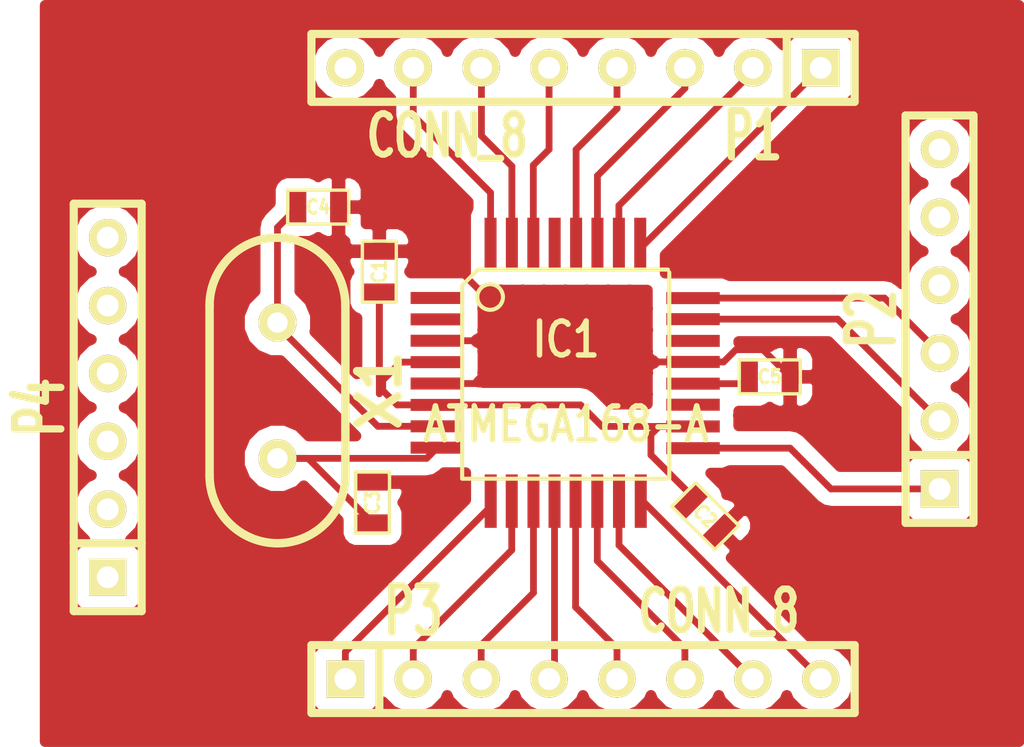
<source format=kicad_pcb>
(kicad_pcb (version 3) (host pcbnew "(2013-07-07 BZR 4022)-stable")

  (general
    (links 34)
    (no_connects 0)
    (area 0 0 0 0)
    (thickness 1.6)
    (drawings 0)
    (tracks 88)
    (zones 0)
    (modules 11)
    (nets 24)
  )

  (page A3)
  (layers
    (15 F.Cu signal)
    (0 B.Cu signal)
    (16 B.Adhes user)
    (17 F.Adhes user)
    (18 B.Paste user)
    (19 F.Paste user)
    (20 B.SilkS user)
    (21 F.SilkS user)
    (22 B.Mask user)
    (23 F.Mask user)
    (24 Dwgs.User user)
    (25 Cmts.User user)
    (26 Eco1.User user)
    (27 Eco2.User user)
    (28 Edge.Cuts user)
  )

  (setup
    (last_trace_width 0.254)
    (trace_clearance 0.254)
    (zone_clearance 0.508)
    (zone_45_only yes)
    (trace_min 0.254)
    (segment_width 0.2)
    (edge_width 0.1)
    (via_size 0.889)
    (via_drill 0.635)
    (via_min_size 0.889)
    (via_min_drill 0.508)
    (uvia_size 0.508)
    (uvia_drill 0.127)
    (uvias_allowed no)
    (uvia_min_size 0.508)
    (uvia_min_drill 0.127)
    (pcb_text_width 0.3)
    (pcb_text_size 1.5 1.5)
    (mod_edge_width 0.15)
    (mod_text_size 1 1)
    (mod_text_width 0.15)
    (pad_size 1.5 1.5)
    (pad_drill 0.6)
    (pad_to_mask_clearance 0)
    (aux_axis_origin 0 0)
    (visible_elements 7FFFFFFF)
    (pcbplotparams
      (layerselection 3178497)
      (usegerberextensions true)
      (excludeedgelayer true)
      (linewidth 0.150000)
      (plotframeref false)
      (viasonmask false)
      (mode 1)
      (useauxorigin false)
      (hpglpennumber 1)
      (hpglpenspeed 20)
      (hpglpendiameter 15)
      (hpglpenoverlay 2)
      (psnegative false)
      (psa4output false)
      (plotreference true)
      (plotvalue true)
      (plotothertext true)
      (plotinvisibletext false)
      (padsonsilk false)
      (subtractmaskfromsilk false)
      (outputformat 1)
      (mirror false)
      (drillshape 1)
      (scaleselection 1)
      (outputdirectory ""))
  )

  (net 0 "")
  (net 1 /A0)
  (net 2 /A1)
  (net 3 /A2)
  (net 4 /A3)
  (net 5 /A4)
  (net 6 /A5)
  (net 7 /D10)
  (net 8 /D2)
  (net 9 /D5)
  (net 10 /D6)
  (net 11 /D7)
  (net 12 /D8)
  (net 13 /D9)
  (net 14 /MISO)
  (net 15 /MOSI)
  (net 16 /RXI)
  (net 17 /SCK)
  (net 18 /TXO)
  (net 19 GND)
  (net 20 N-0000024)
  (net 21 N-0000027)
  (net 22 N-0000032)
  (net 23 VCC)

  (net_class Default "This is the default net class."
    (clearance 0.254)
    (trace_width 0.254)
    (via_dia 0.889)
    (via_drill 0.635)
    (uvia_dia 0.508)
    (uvia_drill 0.127)
    (add_net "")
    (add_net /A0)
    (add_net /A1)
    (add_net /A2)
    (add_net /A3)
    (add_net /A4)
    (add_net /A5)
    (add_net /D10)
    (add_net /D2)
    (add_net /D5)
    (add_net /D6)
    (add_net /D7)
    (add_net /D8)
    (add_net /D9)
    (add_net /MISO)
    (add_net /MOSI)
    (add_net /RXI)
    (add_net /SCK)
    (add_net /TXO)
    (add_net GND)
    (add_net N-0000024)
    (add_net N-0000027)
    (add_net N-0000032)
    (add_net VCC)
  )

  (module TQFP32 (layer F.Cu) (tedit 53EBF73C) (tstamp 53ACC2E0)
    (at 40.005 29.21)
    (path /53ACB04F)
    (fp_text reference IC1 (at 0 -1.27) (layer F.SilkS)
      (effects (font (size 1.27 1.016) (thickness 0.2032)))
    )
    (fp_text value ATMEGA168-A (at 0 1.905) (layer F.SilkS)
      (effects (font (size 1.27 1.016) (thickness 0.2032)))
    )
    (fp_line (start -3.8862 -3.2766) (end -3.8862 3.9116) (layer F.SilkS) (width 0.1524))
    (fp_line (start -3.2512 -3.8862) (end 3.81 -3.8862) (layer F.SilkS) (width 0.1524))
    (fp_line (start 3.8608 3.937) (end 3.8608 -3.7846) (layer F.SilkS) (width 0.1524))
    (fp_line (start -3.8862 3.937) (end 3.7338 3.937) (layer F.SilkS) (width 0.1524))
    (fp_line (start -3.87604 -3.302) (end -3.29184 -3.8862) (layer F.SilkS) (width 0.1524))
    (fp_circle (center -2.83972 -2.86004) (end -2.43332 -2.60604) (layer F.SilkS) (width 0.1524))
    (pad 8 smd rect (at -4.81584 2.77622) (size 1.99898 0.44958)
      (layers F.Cu F.Paste F.Mask)
      (net 22 N-0000032)
    )
    (pad 7 smd rect (at -4.81584 1.97612) (size 1.99898 0.44958)
      (layers F.Cu F.Paste F.Mask)
      (net 21 N-0000027)
    )
    (pad 6 smd rect (at -4.81584 1.17602) (size 1.99898 0.44958)
      (layers F.Cu F.Paste F.Mask)
      (net 23 VCC)
    )
    (pad 5 smd rect (at -4.81584 0.37592) (size 1.99898 0.44958)
      (layers F.Cu F.Paste F.Mask)
      (net 19 GND)
    )
    (pad 4 smd rect (at -4.81584 -0.42418) (size 1.99898 0.44958)
      (layers F.Cu F.Paste F.Mask)
      (net 23 VCC)
    )
    (pad 3 smd rect (at -4.81584 -1.22428) (size 1.99898 0.44958)
      (layers F.Cu F.Paste F.Mask)
      (net 19 GND)
    )
    (pad 2 smd rect (at -4.81584 -2.02438) (size 1.99898 0.44958)
      (layers F.Cu F.Paste F.Mask)
    )
    (pad 1 smd rect (at -4.81584 -2.82448) (size 1.99898 0.44958)
      (layers F.Cu F.Paste F.Mask)
    )
    (pad 24 smd rect (at 4.7498 -2.8194) (size 1.99898 0.44958)
      (layers F.Cu F.Paste F.Mask)
      (net 2 /A1)
    )
    (pad 17 smd rect (at 4.7498 2.794) (size 1.99898 0.44958)
      (layers F.Cu F.Paste F.Mask)
      (net 17 /SCK)
    )
    (pad 18 smd rect (at 4.7498 1.9812) (size 1.99898 0.44958)
      (layers F.Cu F.Paste F.Mask)
      (net 23 VCC)
    )
    (pad 19 smd rect (at 4.7498 1.1684) (size 1.99898 0.44958)
      (layers F.Cu F.Paste F.Mask)
    )
    (pad 20 smd rect (at 4.7498 0.381) (size 1.99898 0.44958)
      (layers F.Cu F.Paste F.Mask)
      (net 20 N-0000024)
    )
    (pad 21 smd rect (at 4.7498 -0.4318) (size 1.99898 0.44958)
      (layers F.Cu F.Paste F.Mask)
      (net 19 GND)
    )
    (pad 22 smd rect (at 4.7498 -1.2192) (size 1.99898 0.44958)
      (layers F.Cu F.Paste F.Mask)
    )
    (pad 23 smd rect (at 4.7498 -2.032) (size 1.99898 0.44958)
      (layers F.Cu F.Paste F.Mask)
      (net 1 /A0)
    )
    (pad 32 smd rect (at -2.82448 -4.826) (size 0.44958 1.99898)
      (layers F.Cu F.Paste F.Mask)
      (net 8 /D2)
    )
    (pad 31 smd rect (at -2.02692 -4.826) (size 0.44958 1.99898)
      (layers F.Cu F.Paste F.Mask)
      (net 18 /TXO)
    )
    (pad 30 smd rect (at -1.22428 -4.826) (size 0.44958 1.99898)
      (layers F.Cu F.Paste F.Mask)
      (net 16 /RXI)
    )
    (pad 29 smd rect (at -0.42672 -4.826) (size 0.44958 1.99898)
      (layers F.Cu F.Paste F.Mask)
    )
    (pad 28 smd rect (at 0.37592 -4.826) (size 0.44958 1.99898)
      (layers F.Cu F.Paste F.Mask)
      (net 6 /A5)
    )
    (pad 27 smd rect (at 1.17348 -4.826) (size 0.44958 1.99898)
      (layers F.Cu F.Paste F.Mask)
      (net 5 /A4)
    )
    (pad 26 smd rect (at 1.97612 -4.826) (size 0.44958 1.99898)
      (layers F.Cu F.Paste F.Mask)
      (net 4 /A3)
    )
    (pad 25 smd rect (at 2.77368 -4.826) (size 0.44958 1.99898)
      (layers F.Cu F.Paste F.Mask)
      (net 3 /A2)
    )
    (pad 9 smd rect (at -2.8194 4.7752) (size 0.44958 1.99898)
      (layers F.Cu F.Paste F.Mask)
      (net 9 /D5)
    )
    (pad 10 smd rect (at -2.032 4.7752) (size 0.44958 1.99898)
      (layers F.Cu F.Paste F.Mask)
      (net 10 /D6)
    )
    (pad 11 smd rect (at -1.2192 4.7752) (size 0.44958 1.99898)
      (layers F.Cu F.Paste F.Mask)
      (net 11 /D7)
    )
    (pad 12 smd rect (at -0.4318 4.7752) (size 0.44958 1.99898)
      (layers F.Cu F.Paste F.Mask)
      (net 12 /D8)
    )
    (pad 13 smd rect (at 0.3556 4.7752) (size 0.44958 1.99898)
      (layers F.Cu F.Paste F.Mask)
      (net 13 /D9)
    )
    (pad 14 smd rect (at 1.1684 4.7752) (size 0.44958 1.99898)
      (layers F.Cu F.Paste F.Mask)
      (net 7 /D10)
    )
    (pad 15 smd rect (at 1.9812 4.7752) (size 0.44958 1.99898)
      (layers F.Cu F.Paste F.Mask)
      (net 15 /MOSI)
    )
    (pad 16 smd rect (at 2.794 4.7752) (size 0.44958 1.99898)
      (layers F.Cu F.Paste F.Mask)
      (net 14 /MISO)
    )
    (model smd/tqfp32.wrl
      (at (xyz 0 0 0))
      (scale (xyz 1 1 1))
      (rotate (xyz 0 0 0))
    )
  )

  (module SM0603 (layer F.Cu) (tedit 4E43A3D1) (tstamp 53ACC4DB)
    (at 45.212 34.544 315)
    (path /53ACB617)
    (attr smd)
    (fp_text reference C2 (at 0 0 315) (layer F.SilkS)
      (effects (font (size 0.508 0.4572) (thickness 0.1143)))
    )
    (fp_text value 0.1uF (at 0 0 315) (layer F.SilkS) hide
      (effects (font (size 0.508 0.4572) (thickness 0.1143)))
    )
    (fp_line (start -1.143 -0.635) (end 1.143 -0.635) (layer F.SilkS) (width 0.127))
    (fp_line (start 1.143 -0.635) (end 1.143 0.635) (layer F.SilkS) (width 0.127))
    (fp_line (start 1.143 0.635) (end -1.143 0.635) (layer F.SilkS) (width 0.127))
    (fp_line (start -1.143 0.635) (end -1.143 -0.635) (layer F.SilkS) (width 0.127))
    (pad 1 smd rect (at -0.762 0 315) (size 0.635 1.143)
      (layers F.Cu F.Paste F.Mask)
      (net 23 VCC)
    )
    (pad 2 smd rect (at 0.762 0 315) (size 0.635 1.143)
      (layers F.Cu F.Paste F.Mask)
      (net 19 GND)
    )
    (model smd\resistors\R0603.wrl
      (at (xyz 0 0 0.001))
      (scale (xyz 0.5 0.5 0.5))
      (rotate (xyz 0 0 0))
    )
  )

  (module SM0603 (layer F.Cu) (tedit 4E43A3D1) (tstamp 53EC04A6)
    (at 33.02 25.4 90)
    (path /53ACB77A)
    (attr smd)
    (fp_text reference C1 (at 0 0 90) (layer F.SilkS)
      (effects (font (size 0.508 0.4572) (thickness 0.1143)))
    )
    (fp_text value 0.1uF (at 0 0 90) (layer F.SilkS) hide
      (effects (font (size 0.508 0.4572) (thickness 0.1143)))
    )
    (fp_line (start -1.143 -0.635) (end 1.143 -0.635) (layer F.SilkS) (width 0.127))
    (fp_line (start 1.143 -0.635) (end 1.143 0.635) (layer F.SilkS) (width 0.127))
    (fp_line (start 1.143 0.635) (end -1.143 0.635) (layer F.SilkS) (width 0.127))
    (fp_line (start -1.143 0.635) (end -1.143 -0.635) (layer F.SilkS) (width 0.127))
    (pad 1 smd rect (at -0.762 0 90) (size 0.635 1.143)
      (layers F.Cu F.Paste F.Mask)
      (net 23 VCC)
    )
    (pad 2 smd rect (at 0.762 0 90) (size 0.635 1.143)
      (layers F.Cu F.Paste F.Mask)
      (net 19 GND)
    )
    (model smd\resistors\R0603.wrl
      (at (xyz 0 0 0.001))
      (scale (xyz 0.5 0.5 0.5))
      (rotate (xyz 0 0 0))
    )
  )

  (module SM0603 (layer F.Cu) (tedit 4E43A3D1) (tstamp 53EC04B0)
    (at 32.766 34.036 90)
    (path /53ACBECF)
    (attr smd)
    (fp_text reference C3 (at 0 0 90) (layer F.SilkS)
      (effects (font (size 0.508 0.4572) (thickness 0.1143)))
    )
    (fp_text value 22pF (at 0 0 90) (layer F.SilkS) hide
      (effects (font (size 0.508 0.4572) (thickness 0.1143)))
    )
    (fp_line (start -1.143 -0.635) (end 1.143 -0.635) (layer F.SilkS) (width 0.127))
    (fp_line (start 1.143 -0.635) (end 1.143 0.635) (layer F.SilkS) (width 0.127))
    (fp_line (start 1.143 0.635) (end -1.143 0.635) (layer F.SilkS) (width 0.127))
    (fp_line (start -1.143 0.635) (end -1.143 -0.635) (layer F.SilkS) (width 0.127))
    (pad 1 smd rect (at -0.762 0 90) (size 0.635 1.143)
      (layers F.Cu F.Paste F.Mask)
      (net 22 N-0000032)
    )
    (pad 2 smd rect (at 0.762 0 90) (size 0.635 1.143)
      (layers F.Cu F.Paste F.Mask)
      (net 19 GND)
    )
    (model smd\resistors\R0603.wrl
      (at (xyz 0 0 0.001))
      (scale (xyz 0.5 0.5 0.5))
      (rotate (xyz 0 0 0))
    )
  )

  (module SM0603 (layer F.Cu) (tedit 4E43A3D1) (tstamp 53EC04BA)
    (at 30.734 22.987)
    (path /53ACBEDE)
    (attr smd)
    (fp_text reference C4 (at 0 0) (layer F.SilkS)
      (effects (font (size 0.508 0.4572) (thickness 0.1143)))
    )
    (fp_text value 22pF (at 0 0) (layer F.SilkS) hide
      (effects (font (size 0.508 0.4572) (thickness 0.1143)))
    )
    (fp_line (start -1.143 -0.635) (end 1.143 -0.635) (layer F.SilkS) (width 0.127))
    (fp_line (start 1.143 -0.635) (end 1.143 0.635) (layer F.SilkS) (width 0.127))
    (fp_line (start 1.143 0.635) (end -1.143 0.635) (layer F.SilkS) (width 0.127))
    (fp_line (start -1.143 0.635) (end -1.143 -0.635) (layer F.SilkS) (width 0.127))
    (pad 1 smd rect (at -0.762 0) (size 0.635 1.143)
      (layers F.Cu F.Paste F.Mask)
      (net 21 N-0000027)
    )
    (pad 2 smd rect (at 0.762 0) (size 0.635 1.143)
      (layers F.Cu F.Paste F.Mask)
      (net 19 GND)
    )
    (model smd\resistors\R0603.wrl
      (at (xyz 0 0 0.001))
      (scale (xyz 0.5 0.5 0.5))
      (rotate (xyz 0 0 0))
    )
  )

  (module SIL-6 (layer F.Cu) (tedit 200000) (tstamp 53EC0871)
    (at 53.975 27.178 90)
    (descr "Connecteur 6 pins")
    (tags "CONN DEV")
    (path /53ACBD0A)
    (fp_text reference P2 (at 0 -2.54 90) (layer F.SilkS)
      (effects (font (size 1.72974 1.08712) (thickness 0.3048)))
    )
    (fp_text value CONN_6 (at 0 -2.54 90) (layer F.SilkS) hide
      (effects (font (size 1.524 1.016) (thickness 0.3048)))
    )
    (fp_line (start -7.62 1.27) (end -7.62 -1.27) (layer F.SilkS) (width 0.3048))
    (fp_line (start -7.62 -1.27) (end 7.62 -1.27) (layer F.SilkS) (width 0.3048))
    (fp_line (start 7.62 -1.27) (end 7.62 1.27) (layer F.SilkS) (width 0.3048))
    (fp_line (start 7.62 1.27) (end -7.62 1.27) (layer F.SilkS) (width 0.3048))
    (fp_line (start -5.08 1.27) (end -5.08 -1.27) (layer F.SilkS) (width 0.3048))
    (pad 1 thru_hole rect (at -6.35 0 90) (size 1.397 1.397) (drill 0.8128)
      (layers *.Cu *.Mask F.SilkS)
      (net 17 /SCK)
    )
    (pad 2 thru_hole circle (at -3.81 0 90) (size 1.397 1.397) (drill 0.8128)
      (layers *.Cu *.Mask F.SilkS)
      (net 1 /A0)
    )
    (pad 3 thru_hole circle (at -1.27 0 90) (size 1.397 1.397) (drill 0.8128)
      (layers *.Cu *.Mask F.SilkS)
      (net 2 /A1)
    )
    (pad 4 thru_hole circle (at 1.27 0 90) (size 1.397 1.397) (drill 0.8128)
      (layers *.Cu *.Mask F.SilkS)
    )
    (pad 5 thru_hole circle (at 3.81 0 90) (size 1.397 1.397) (drill 0.8128)
      (layers *.Cu *.Mask F.SilkS)
    )
    (pad 6 thru_hole circle (at 6.35 0 90) (size 1.397 1.397) (drill 0.8128)
      (layers *.Cu *.Mask F.SilkS)
    )
  )

  (module SIL-6 (layer F.Cu) (tedit 200000) (tstamp 53EC0900)
    (at 22.86 30.48 90)
    (descr "Connecteur 6 pins")
    (tags "CONN DEV")
    (path /53ACBD28)
    (fp_text reference P4 (at 0 -2.54 90) (layer F.SilkS)
      (effects (font (size 1.72974 1.08712) (thickness 0.3048)))
    )
    (fp_text value CONN_6 (at 0 -2.54 90) (layer F.SilkS) hide
      (effects (font (size 1.524 1.016) (thickness 0.3048)))
    )
    (fp_line (start -7.62 1.27) (end -7.62 -1.27) (layer F.SilkS) (width 0.3048))
    (fp_line (start -7.62 -1.27) (end 7.62 -1.27) (layer F.SilkS) (width 0.3048))
    (fp_line (start 7.62 -1.27) (end 7.62 1.27) (layer F.SilkS) (width 0.3048))
    (fp_line (start 7.62 1.27) (end -7.62 1.27) (layer F.SilkS) (width 0.3048))
    (fp_line (start -5.08 1.27) (end -5.08 -1.27) (layer F.SilkS) (width 0.3048))
    (pad 1 thru_hole rect (at -6.35 0 90) (size 1.397 1.397) (drill 0.8128)
      (layers *.Cu *.Mask F.SilkS)
    )
    (pad 2 thru_hole circle (at -3.81 0 90) (size 1.397 1.397) (drill 0.8128)
      (layers *.Cu *.Mask F.SilkS)
    )
    (pad 3 thru_hole circle (at -1.27 0 90) (size 1.397 1.397) (drill 0.8128)
      (layers *.Cu *.Mask F.SilkS)
    )
    (pad 4 thru_hole circle (at 1.27 0 90) (size 1.397 1.397) (drill 0.8128)
      (layers *.Cu *.Mask F.SilkS)
    )
    (pad 5 thru_hole circle (at 3.81 0 90) (size 1.397 1.397) (drill 0.8128)
      (layers *.Cu *.Mask F.SilkS)
    )
    (pad 6 thru_hole circle (at 6.35 0 90) (size 1.397 1.397) (drill 0.8128)
      (layers *.Cu *.Mask F.SilkS)
    )
  )

  (module HC-49V (layer F.Cu) (tedit 53EC0BCB) (tstamp 53EC47CE)
    (at 29.21 29.845 270)
    (descr "Quartz boitier HC-49 Vertical")
    (tags "QUARTZ DEV")
    (path /53ACBEB2)
    (autoplace_cost180 10)
    (fp_text reference X1 (at 0 -3.81 270) (layer F.SilkS)
      (effects (font (size 1.524 1.524) (thickness 0.3048)))
    )
    (fp_text value CRYSTAL (at 0 3.81 270) (layer F.SilkS) hide
      (effects (font (size 1.524 1.524) (thickness 0.3048)))
    )
    (fp_line (start -3.175 2.54) (end 3.175 2.54) (layer F.SilkS) (width 0.3175))
    (fp_line (start -3.175 -2.54) (end 3.175 -2.54) (layer F.SilkS) (width 0.3175))
    (fp_arc (start 3.175 0) (end 3.175 -2.54) (angle 90) (layer F.SilkS) (width 0.3175))
    (fp_arc (start 3.175 0) (end 5.715 0) (angle 90) (layer F.SilkS) (width 0.3175))
    (fp_arc (start -3.175 0) (end -5.715 0) (angle 90) (layer F.SilkS) (width 0.3175))
    (fp_arc (start -3.175 0) (end -3.175 2.54) (angle 90) (layer F.SilkS) (width 0.3175))
    (pad 1 thru_hole circle (at -2.54 0 270) (size 1.4224 1.4224) (drill 0.762)
      (layers *.Cu *.Mask F.SilkS)
      (net 21 N-0000027)
    )
    (pad 2 thru_hole circle (at 2.54 0 270) (size 1.4224 1.4224) (drill 0.762)
      (layers *.Cu *.Mask F.SilkS)
      (net 22 N-0000032)
    )
    (model discret/xtal/crystal_hc18u_vertical.wrl
      (at (xyz 0 0 0))
      (scale (xyz 1 1 0.2))
      (rotate (xyz 0 0 0))
    )
  )

  (module SM0603 (layer F.Cu) (tedit 4E43A3D1) (tstamp 53EC48B9)
    (at 47.625 29.337 180)
    (path /53EC1025)
    (attr smd)
    (fp_text reference C5 (at 0 0 180) (layer F.SilkS)
      (effects (font (size 0.508 0.4572) (thickness 0.1143)))
    )
    (fp_text value 0.1uF (at 0 0 180) (layer F.SilkS) hide
      (effects (font (size 0.508 0.4572) (thickness 0.1143)))
    )
    (fp_line (start -1.143 -0.635) (end 1.143 -0.635) (layer F.SilkS) (width 0.127))
    (fp_line (start 1.143 -0.635) (end 1.143 0.635) (layer F.SilkS) (width 0.127))
    (fp_line (start 1.143 0.635) (end -1.143 0.635) (layer F.SilkS) (width 0.127))
    (fp_line (start -1.143 0.635) (end -1.143 -0.635) (layer F.SilkS) (width 0.127))
    (pad 1 smd rect (at -0.762 0 180) (size 0.635 1.143)
      (layers F.Cu F.Paste F.Mask)
      (net 19 GND)
    )
    (pad 2 smd rect (at 0.762 0 180) (size 0.635 1.143)
      (layers F.Cu F.Paste F.Mask)
      (net 20 N-0000024)
    )
    (model smd\resistors\R0603.wrl
      (at (xyz 0 0 0.001))
      (scale (xyz 0.5 0.5 0.5))
      (rotate (xyz 0 0 0))
    )
  )

  (module SIL-8 (layer F.Cu) (tedit 200000) (tstamp 53EC4900)
    (at 40.64 40.64)
    (descr "Connecteur 8 pins")
    (tags "CONN DEV")
    (path /53EC1646)
    (fp_text reference P3 (at -6.35 -2.54) (layer F.SilkS)
      (effects (font (size 1.72974 1.08712) (thickness 0.3048)))
    )
    (fp_text value CONN_8 (at 5.08 -2.54) (layer F.SilkS)
      (effects (font (size 1.524 1.016) (thickness 0.3048)))
    )
    (fp_line (start -10.16 -1.27) (end 10.16 -1.27) (layer F.SilkS) (width 0.3048))
    (fp_line (start 10.16 -1.27) (end 10.16 1.27) (layer F.SilkS) (width 0.3048))
    (fp_line (start 10.16 1.27) (end -10.16 1.27) (layer F.SilkS) (width 0.3048))
    (fp_line (start -10.16 1.27) (end -10.16 -1.27) (layer F.SilkS) (width 0.3048))
    (fp_line (start -7.62 1.27) (end -7.62 -1.27) (layer F.SilkS) (width 0.3048))
    (pad 1 thru_hole rect (at -8.89 0) (size 1.397 1.397) (drill 0.8128)
      (layers *.Cu *.Mask F.SilkS)
      (net 9 /D5)
    )
    (pad 2 thru_hole circle (at -6.35 0) (size 1.397 1.397) (drill 0.8128)
      (layers *.Cu *.Mask F.SilkS)
      (net 10 /D6)
    )
    (pad 3 thru_hole circle (at -3.81 0) (size 1.397 1.397) (drill 0.8128)
      (layers *.Cu *.Mask F.SilkS)
      (net 11 /D7)
    )
    (pad 4 thru_hole circle (at -1.27 0) (size 1.397 1.397) (drill 0.8128)
      (layers *.Cu *.Mask F.SilkS)
      (net 12 /D8)
    )
    (pad 5 thru_hole circle (at 1.27 0) (size 1.397 1.397) (drill 0.8128)
      (layers *.Cu *.Mask F.SilkS)
      (net 13 /D9)
    )
    (pad 6 thru_hole circle (at 3.81 0) (size 1.397 1.397) (drill 0.8128)
      (layers *.Cu *.Mask F.SilkS)
      (net 7 /D10)
    )
    (pad 7 thru_hole circle (at 6.35 0) (size 1.397 1.397) (drill 0.8128)
      (layers *.Cu *.Mask F.SilkS)
      (net 15 /MOSI)
    )
    (pad 8 thru_hole circle (at 8.89 0) (size 1.397 1.397) (drill 0.8128)
      (layers *.Cu *.Mask F.SilkS)
      (net 14 /MISO)
    )
  )

  (module SIL-8 (layer F.Cu) (tedit 200000) (tstamp 53EC495E)
    (at 40.64 17.78 180)
    (descr "Connecteur 8 pins")
    (tags "CONN DEV")
    (path /53EC180F)
    (fp_text reference P1 (at -6.35 -2.54 180) (layer F.SilkS)
      (effects (font (size 1.72974 1.08712) (thickness 0.3048)))
    )
    (fp_text value CONN_8 (at 5.08 -2.54 180) (layer F.SilkS)
      (effects (font (size 1.524 1.016) (thickness 0.3048)))
    )
    (fp_line (start -10.16 -1.27) (end 10.16 -1.27) (layer F.SilkS) (width 0.3048))
    (fp_line (start 10.16 -1.27) (end 10.16 1.27) (layer F.SilkS) (width 0.3048))
    (fp_line (start 10.16 1.27) (end -10.16 1.27) (layer F.SilkS) (width 0.3048))
    (fp_line (start -10.16 1.27) (end -10.16 -1.27) (layer F.SilkS) (width 0.3048))
    (fp_line (start -7.62 1.27) (end -7.62 -1.27) (layer F.SilkS) (width 0.3048))
    (pad 1 thru_hole rect (at -8.89 0 180) (size 1.397 1.397) (drill 0.8128)
      (layers *.Cu *.Mask F.SilkS)
      (net 3 /A2)
    )
    (pad 2 thru_hole circle (at -6.35 0 180) (size 1.397 1.397) (drill 0.8128)
      (layers *.Cu *.Mask F.SilkS)
      (net 4 /A3)
    )
    (pad 3 thru_hole circle (at -3.81 0 180) (size 1.397 1.397) (drill 0.8128)
      (layers *.Cu *.Mask F.SilkS)
      (net 5 /A4)
    )
    (pad 4 thru_hole circle (at -1.27 0 180) (size 1.397 1.397) (drill 0.8128)
      (layers *.Cu *.Mask F.SilkS)
      (net 6 /A5)
    )
    (pad 5 thru_hole circle (at 1.27 0 180) (size 1.397 1.397) (drill 0.8128)
      (layers *.Cu *.Mask F.SilkS)
      (net 16 /RXI)
    )
    (pad 6 thru_hole circle (at 3.81 0 180) (size 1.397 1.397) (drill 0.8128)
      (layers *.Cu *.Mask F.SilkS)
      (net 18 /TXO)
    )
    (pad 7 thru_hole circle (at 6.35 0 180) (size 1.397 1.397) (drill 0.8128)
      (layers *.Cu *.Mask F.SilkS)
      (net 8 /D2)
    )
    (pad 8 thru_hole circle (at 8.89 0 180) (size 1.397 1.397) (drill 0.8128)
      (layers *.Cu *.Mask F.SilkS)
    )
  )

  (segment (start 44.7548 27.178) (end 50.165 27.178) (width 0.254) (layer F.Cu) (net 1))
  (segment (start 50.165 27.178) (end 53.975 30.988) (width 0.254) (layer F.Cu) (net 1) (tstamp 53EC4A5A))
  (segment (start 44.7548 26.3906) (end 51.9176 26.3906) (width 0.254) (layer F.Cu) (net 2))
  (segment (start 51.9176 26.3906) (end 53.975 28.448) (width 0.254) (layer F.Cu) (net 2) (tstamp 53EC4A56))
  (segment (start 42.77868 24.384) (end 42.926 24.384) (width 0.254) (layer F.Cu) (net 3))
  (segment (start 42.926 24.384) (end 49.53 17.78) (width 0.254) (layer F.Cu) (net 3) (tstamp 53EC4970))
  (segment (start 41.98112 24.384) (end 41.98112 22.93112) (width 0.254) (layer F.Cu) (net 4))
  (segment (start 46.99 17.92224) (end 46.99 17.78) (width 0.254) (layer F.Cu) (net 4) (tstamp 53EC4978))
  (segment (start 41.98112 22.93112) (end 46.99 17.92224) (width 0.254) (layer F.Cu) (net 4) (tstamp 53EC4977))
  (segment (start 41.17848 24.384) (end 41.17848 21.81352) (width 0.254) (layer F.Cu) (net 5))
  (segment (start 44.45 18.542) (end 44.45 17.78) (width 0.254) (layer F.Cu) (net 5) (tstamp 53EC497C))
  (segment (start 41.17848 21.81352) (end 44.45 18.542) (width 0.254) (layer F.Cu) (net 5) (tstamp 53EC497B))
  (segment (start 40.38092 24.384) (end 40.38092 20.83308) (width 0.254) (layer F.Cu) (net 6))
  (segment (start 41.91 19.304) (end 41.91 17.78) (width 0.254) (layer F.Cu) (net 6) (tstamp 53EC4981))
  (segment (start 40.38092 20.83308) (end 41.91 19.304) (width 0.254) (layer F.Cu) (net 6) (tstamp 53EC497F))
  (segment (start 41.1734 33.9852) (end 41.1734 36.2204) (width 0.254) (layer F.Cu) (net 7))
  (segment (start 44.45 39.497) (end 44.45 40.64) (width 0.254) (layer F.Cu) (net 7) (tstamp 53EC48EC))
  (segment (start 41.1734 36.2204) (end 44.45 39.497) (width 0.254) (layer F.Cu) (net 7) (tstamp 53EC48EA))
  (segment (start 37.18052 24.384) (end 37.18052 22.44852) (width 0.254) (layer F.Cu) (net 8))
  (segment (start 34.29 19.558) (end 34.29 17.78) (width 0.254) (layer F.Cu) (net 8) (tstamp 53EC499A))
  (segment (start 37.18052 22.44852) (end 34.29 19.558) (width 0.254) (layer F.Cu) (net 8) (tstamp 53EC4998))
  (segment (start 37.1856 33.9852) (end 37.1856 34.1884) (width 0.254) (layer F.Cu) (net 9))
  (segment (start 31.75 39.624) (end 31.75 40.64) (width 0.254) (layer F.Cu) (net 9) (tstamp 53EC48DD))
  (segment (start 37.1856 34.1884) (end 31.75 39.624) (width 0.254) (layer F.Cu) (net 9) (tstamp 53EC48DC))
  (segment (start 37.973 33.9852) (end 37.973 35.814) (width 0.254) (layer F.Cu) (net 10))
  (segment (start 34.29 39.497) (end 34.29 40.64) (width 0.254) (layer F.Cu) (net 10) (tstamp 53EC48D8))
  (segment (start 37.973 35.814) (end 34.29 39.497) (width 0.254) (layer F.Cu) (net 10) (tstamp 53EC48D6))
  (segment (start 38.7858 33.9852) (end 38.7858 37.4142) (width 0.254) (layer F.Cu) (net 11))
  (segment (start 36.83 39.37) (end 36.83 40.64) (width 0.254) (layer F.Cu) (net 11) (tstamp 53EC48D2))
  (segment (start 38.7858 37.4142) (end 36.83 39.37) (width 0.254) (layer F.Cu) (net 11) (tstamp 53EC48D0))
  (segment (start 39.5732 33.9852) (end 39.5732 40.4368) (width 0.254) (layer F.Cu) (net 12))
  (segment (start 39.5732 40.4368) (end 39.37 40.64) (width 0.254) (layer F.Cu) (net 12) (tstamp 53EC48E1))
  (segment (start 40.3606 33.9852) (end 40.3606 37.9476) (width 0.254) (layer F.Cu) (net 13))
  (segment (start 41.91 39.497) (end 41.91 40.64) (width 0.254) (layer F.Cu) (net 13) (tstamp 53EC48E6))
  (segment (start 40.3606 37.9476) (end 41.91 39.497) (width 0.254) (layer F.Cu) (net 13) (tstamp 53EC48E4))
  (segment (start 42.799 33.9852) (end 42.8752 33.9852) (width 0.254) (layer F.Cu) (net 14))
  (segment (start 42.8752 33.9852) (end 49.53 40.64) (width 0.254) (layer F.Cu) (net 14) (tstamp 53EC4927))
  (segment (start 41.9862 33.9852) (end 41.9862 35.6362) (width 0.254) (layer F.Cu) (net 15))
  (segment (start 41.9862 35.6362) (end 46.99 40.64) (width 0.254) (layer F.Cu) (net 15) (tstamp 53EC4923))
  (segment (start 38.78072 24.384) (end 38.78072 21.41728) (width 0.254) (layer F.Cu) (net 16))
  (segment (start 39.37 20.828) (end 39.37 17.78) (width 0.254) (layer F.Cu) (net 16) (tstamp 53EC4986))
  (segment (start 38.78072 21.41728) (end 39.37 20.828) (width 0.254) (layer F.Cu) (net 16) (tstamp 53EC4985))
  (segment (start 44.7548 32.004) (end 48.387 32.004) (width 0.254) (layer F.Cu) (net 17))
  (segment (start 49.911 33.528) (end 53.975 33.528) (width 0.254) (layer F.Cu) (net 17) (tstamp 53EC4A52))
  (segment (start 48.387 32.004) (end 49.911 33.528) (width 0.254) (layer F.Cu) (net 17) (tstamp 53EC4A50))
  (segment (start 36.84016 17.79016) (end 36.83 17.78) (width 0.254) (layer F.Cu) (net 18) (tstamp 53EC498B))
  (segment (start 36.84016 20.32) (end 36.84016 17.79016) (width 0.254) (layer F.Cu) (net 18) (tstamp 53EC498A))
  (segment (start 37.97808 21.45792) (end 36.84016 20.32) (width 0.254) (layer F.Cu) (net 18) (tstamp 53EC4989))
  (segment (start 37.97808 24.384) (end 37.97808 21.45792) (width 0.254) (layer F.Cu) (net 18))
  (segment (start 33.02 24.638) (end 35.306 24.638) (width 0.254) (layer F.Cu) (net 19) (status 400000))
  (segment (start 37.592 26.924) (end 38.608 27.94) (width 0.254) (layer F.Cu) (net 19) (tstamp 53EC4A94))
  (segment (start 35.306 24.638) (end 37.592 26.924) (width 0.254) (layer F.Cu) (net 19) (tstamp 53EC4A93))
  (segment (start 35.18916 29.58592) (end 36.73348 29.58592) (width 0.254) (layer F.Cu) (net 19))
  (segment (start 36.73348 29.58592) (end 37.5412 28.7782) (width 0.254) (layer F.Cu) (net 19) (tstamp 53EC49F4))
  (segment (start 44.7548 28.7782) (end 37.5412 28.7782) (width 0.254) (layer F.Cu) (net 19))
  (segment (start 36.74872 27.98572) (end 35.18916 27.98572) (width 0.254) (layer F.Cu) (net 19) (tstamp 53EC49F1))
  (segment (start 37.5412 28.7782) (end 36.74872 27.98572) (width 0.254) (layer F.Cu) (net 19) (tstamp 53EC49F0))
  (segment (start 44.7548 28.7782) (end 45.8978 28.7782) (width 0.254) (layer F.Cu) (net 19))
  (segment (start 47.371 28.321) (end 48.387 29.337) (width 0.254) (layer F.Cu) (net 19) (tstamp 53EC49E8))
  (segment (start 46.355 28.321) (end 47.371 28.321) (width 0.254) (layer F.Cu) (net 19) (tstamp 53EC49E7))
  (segment (start 45.8978 28.7782) (end 46.355 28.321) (width 0.254) (layer F.Cu) (net 19) (tstamp 53EC49E6))
  (segment (start 44.7548 29.591) (end 46.609 29.591) (width 0.254) (layer F.Cu) (net 20))
  (segment (start 46.609 29.591) (end 46.863 29.337) (width 0.254) (layer F.Cu) (net 20) (tstamp 53EC49ED))
  (segment (start 29.21 27.305) (end 29.21 23.749) (width 0.254) (layer F.Cu) (net 21))
  (segment (start 29.21 23.749) (end 29.972 22.987) (width 0.254) (layer F.Cu) (net 21) (tstamp 53EC4A6C))
  (segment (start 29.21 27.305) (end 29.21 27.432) (width 0.254) (layer F.Cu) (net 21))
  (segment (start 32.96412 31.18612) (end 35.18916 31.18612) (width 0.254) (layer F.Cu) (net 21) (tstamp 53EC4A06))
  (segment (start 29.21 27.432) (end 32.96412 31.18612) (width 0.254) (layer F.Cu) (net 21) (tstamp 53EC4A05))
  (segment (start 29.21 32.385) (end 30.353 32.385) (width 0.254) (layer F.Cu) (net 22))
  (segment (start 30.353 32.385) (end 32.766 34.798) (width 0.254) (layer F.Cu) (net 22) (tstamp 53EC4A69))
  (segment (start 29.21 32.385) (end 34.79038 32.385) (width 0.254) (layer F.Cu) (net 22))
  (segment (start 34.79038 32.385) (end 35.18916 31.98622) (width 0.254) (layer F.Cu) (net 22) (tstamp 53EC4A02))
  (segment (start 33.02 26.162) (end 33.02 29.337) (width 0.254) (layer F.Cu) (net 23) (status 400000))
  (segment (start 33.02 29.337) (end 33.147 29.464) (width 0.254) (layer F.Cu) (net 23) (tstamp 53EC4A99))
  (segment (start 33.02 26.162) (end 33.02 29.972) (width 0.254) (layer F.Cu) (net 23) (status 400000))
  (segment (start 35.18916 30.38602) (end 33.68802 30.38602) (width 0.254) (layer F.Cu) (net 23))
  (segment (start 33.68802 30.38602) (end 33.147 29.845) (width 0.254) (layer F.Cu) (net 23) (tstamp 53EC49FB))
  (segment (start 33.147 29.845) (end 33.147 29.464) (width 0.254) (layer F.Cu) (net 23) (tstamp 53EC49FC))
  (segment (start 33.82518 28.78582) (end 35.18916 28.78582) (width 0.254) (layer F.Cu) (net 23) (tstamp 53EC49FE))
  (segment (start 33.147 29.464) (end 33.82518 28.78582) (width 0.254) (layer F.Cu) (net 23) (tstamp 53EC49FD))
  (segment (start 44.7548 31.1912) (end 41.3512 31.1912) (width 0.254) (layer F.Cu) (net 23))
  (segment (start 40.54602 30.38602) (end 35.18916 30.38602) (width 0.254) (layer F.Cu) (net 23) (tstamp 53EC49F8))
  (segment (start 41.3512 31.1912) (end 40.54602 30.38602) (width 0.254) (layer F.Cu) (net 23) (tstamp 53EC49F7))
  (segment (start 44.673185 34.005185) (end 44.673185 33.751185) (width 0.254) (layer F.Cu) (net 23))
  (segment (start 43.4848 31.1912) (end 44.7548 31.1912) (width 0.254) (layer F.Cu) (net 23) (tstamp 53EC49CD))
  (segment (start 43.18 31.496) (end 43.4848 31.1912) (width 0.254) (layer F.Cu) (net 23) (tstamp 53EC49CC))
  (segment (start 43.18 32.258) (end 43.18 31.496) (width 0.254) (layer F.Cu) (net 23) (tstamp 53EC49CB))
  (segment (start 44.673185 33.751185) (end 43.18 32.258) (width 0.254) (layer F.Cu) (net 23) (tstamp 53EC49CA))

  (zone (net 19) (net_name GND) (layer F.Cu) (tstamp 53EC4A67) (hatch edge 0.508)
    (connect_pads (clearance 0.508))
    (min_thickness 0.4)
    (fill (arc_segments 16) (thermal_gap 0.508) (thermal_bridge_width 0.508))
    (polygon
      (pts
        (xy 57.15 43.18) (xy 20.32 43.18) (xy 20.32 15.24) (xy 57.15 15.24)
      )
    )
    (filled_polygon
      (pts
        (xy 43.329356 28.79103) (xy 43.288114 28.8322) (xy 43.22431 28.8322) (xy 43.047315 29.009194) (xy 43.047434 29.144438)
        (xy 43.06411 29.1846) (xy 43.047434 29.224762) (xy 43.047188 29.506422) (xy 43.047188 29.956002) (xy 43.058941 29.984448)
        (xy 43.047434 30.012162) (xy 43.047188 30.293822) (xy 43.047188 30.3562) (xy 41.697068 30.3562) (xy 41.136454 29.795586)
        (xy 40.865561 29.614581) (xy 40.54602 29.55102) (xy 36.89665 29.55102) (xy 36.89665 29.531918) (xy 36.719651 29.531918)
        (xy 36.896644 29.354925) (xy 36.896526 29.219682) (xy 36.882486 29.18587) (xy 36.896526 29.152058) (xy 36.896772 28.870398)
        (xy 36.896772 28.420818) (xy 36.882388 28.386006) (xy 36.896526 28.351958) (xy 36.896644 28.216714) (xy 36.71965 28.03972)
        (xy 36.668639 28.03972) (xy 36.614603 27.985589) (xy 36.668567 27.93172) (xy 36.71965 27.93172) (xy 36.896644 27.754725)
        (xy 36.896526 27.619482) (xy 36.882486 27.58567) (xy 36.896526 27.551858) (xy 36.896772 27.270198) (xy 36.896772 26.820618)
        (xy 36.882388 26.785806) (xy 36.896526 26.751758) (xy 36.896772 26.470098) (xy 36.896772 26.091438) (xy 37.095942 26.091612)
        (xy 37.545522 26.091612) (xy 37.57906 26.077754) (xy 37.611842 26.091366) (xy 37.893502 26.091612) (xy 38.343082 26.091612)
        (xy 38.379167 26.076702) (xy 38.414482 26.091366) (xy 38.696142 26.091612) (xy 39.145722 26.091612) (xy 39.17926 26.077754)
        (xy 39.212042 26.091366) (xy 39.493702 26.091612) (xy 39.943282 26.091612) (xy 39.979367 26.076702) (xy 40.014682 26.091366)
        (xy 40.296342 26.091612) (xy 40.745922 26.091612) (xy 40.77946 26.077754) (xy 40.812242 26.091366) (xy 41.093902 26.091612)
        (xy 41.543482 26.091612) (xy 41.579567 26.076702) (xy 41.614882 26.091366) (xy 41.896542 26.091612) (xy 42.346122 26.091612)
        (xy 42.37966 26.077754) (xy 42.412442 26.091366) (xy 42.694102 26.091612) (xy 43.047375 26.091612) (xy 43.047188 26.306022)
        (xy 43.047188 26.755602) (xy 43.058941 26.784048) (xy 43.047434 26.811762) (xy 43.047188 27.093422) (xy 43.047188 27.543002)
        (xy 43.064202 27.584179) (xy 43.047434 27.624562) (xy 43.047188 27.906222) (xy 43.047188 28.355802) (xy 43.058941 28.384248)
        (xy 43.047434 28.411962) (xy 43.047315 28.547205) (xy 43.22431 28.7242) (xy 43.262642 28.7242) (xy 43.329356 28.79103)
      )
    )
    (filled_polygon
      (pts
        (xy 53.12408 32.126422) (xy 52.875974 32.228937) (xy 52.676637 32.427927) (xy 52.568624 32.688052) (xy 52.568619 32.693)
        (xy 50.256868 32.693) (xy 49.412622 31.848754) (xy 49.412622 29.768288) (xy 49.412622 28.905712) (xy 49.412376 28.624052)
        (xy 49.304363 28.363927) (xy 49.105026 28.164937) (xy 48.844712 28.057378) (xy 48.618 28.0575) (xy 48.441 28.2345)
        (xy 48.441 29.283) (xy 49.2355 29.283) (xy 49.4125 29.106) (xy 49.412622 28.905712) (xy 49.412622 29.768288)
        (xy 49.4125 29.568) (xy 49.2355 29.391) (xy 48.441 29.391) (xy 48.441 30.4395) (xy 48.618 30.6165)
        (xy 48.844712 30.616622) (xy 49.105026 30.509063) (xy 49.304363 30.310073) (xy 49.412376 30.049948) (xy 49.412622 29.768288)
        (xy 49.412622 31.848754) (xy 48.977434 31.413566) (xy 48.706541 31.232561) (xy 48.387 31.169) (xy 46.462412 31.169)
        (xy 46.462412 30.826198) (xy 46.445397 30.78502) (xy 46.462166 30.744638) (xy 46.462277 30.616426) (xy 46.685712 30.616622)
        (xy 47.320712 30.616622) (xy 47.581026 30.509063) (xy 47.625 30.465165) (xy 47.668974 30.509063) (xy 47.929288 30.616622)
        (xy 48.156 30.6165) (xy 48.333 30.4395) (xy 48.333 29.391) (xy 48.313 29.391) (xy 48.313 29.283)
        (xy 48.333 29.283) (xy 48.333 28.2345) (xy 48.156 28.0575) (xy 47.929288 28.057378) (xy 47.668974 28.164937)
        (xy 47.625097 28.208736) (xy 47.582073 28.165637) (xy 47.321948 28.057624) (xy 47.040288 28.057378) (xy 46.462412 28.057378)
        (xy 46.462412 28.013) (xy 49.819131 28.013) (xy 52.568697 30.762566) (xy 52.568257 31.266543) (xy 52.781933 31.783677)
        (xy 53.12408 32.126422)
      )
    )
    (filled_polygon
      (pts
        (xy 56.95 42.98) (xy 55.381743 42.98) (xy 55.381743 30.709457) (xy 55.168067 30.192323) (xy 54.772758 29.796323)
        (xy 54.584309 29.718072) (xy 54.770677 29.641067) (xy 55.166677 29.245758) (xy 55.381254 28.728997) (xy 55.381743 28.169457)
        (xy 55.168067 27.652323) (xy 54.772758 27.256323) (xy 54.584309 27.178072) (xy 54.770677 27.101067) (xy 55.166677 26.705758)
        (xy 55.381254 26.188997) (xy 55.381743 25.629457) (xy 55.168067 25.112323) (xy 54.772758 24.716323) (xy 54.584309 24.638072)
        (xy 54.770677 24.561067) (xy 55.166677 24.165758) (xy 55.381254 23.648997) (xy 55.381743 23.089457) (xy 55.168067 22.572323)
        (xy 54.772758 22.176323) (xy 54.584309 22.098072) (xy 54.770677 22.021067) (xy 55.166677 21.625758) (xy 55.381254 21.108997)
        (xy 55.381743 20.549457) (xy 55.168067 20.032323) (xy 54.772758 19.636323) (xy 54.255997 19.421746) (xy 53.696457 19.421257)
        (xy 53.179323 19.634933) (xy 52.783323 20.030242) (xy 52.568746 20.547003) (xy 52.568257 21.106543) (xy 52.781933 21.623677)
        (xy 53.177242 22.019677) (xy 53.36569 22.097927) (xy 53.179323 22.174933) (xy 52.783323 22.570242) (xy 52.568746 23.087003)
        (xy 52.568257 23.646543) (xy 52.781933 24.163677) (xy 53.177242 24.559677) (xy 53.36569 24.637927) (xy 53.179323 24.714933)
        (xy 52.783323 25.110242) (xy 52.568746 25.627003) (xy 52.568541 25.860673) (xy 52.508034 25.800166) (xy 52.237141 25.619161)
        (xy 51.9176 25.5556) (xy 46.130944 25.5556) (xy 45.895738 25.457934) (xy 45.614078 25.457688) (xy 43.711404 25.457688)
        (xy 43.711592 25.243278) (xy 43.711592 24.779276) (xy 49.304246 19.186622) (xy 50.368712 19.186622) (xy 50.629026 19.079063)
        (xy 50.828363 18.880073) (xy 50.936376 18.619948) (xy 50.936622 18.338288) (xy 50.936622 16.941288) (xy 50.829063 16.680974)
        (xy 50.630073 16.481637) (xy 50.369948 16.373624) (xy 50.088288 16.373378) (xy 48.691288 16.373378) (xy 48.430974 16.480937)
        (xy 48.231637 16.679927) (xy 48.128103 16.929263) (xy 47.787758 16.588323) (xy 47.270997 16.373746) (xy 46.711457 16.373257)
        (xy 46.194323 16.586933) (xy 45.798323 16.982242) (xy 45.720072 17.17069) (xy 45.643067 16.984323) (xy 45.247758 16.588323)
        (xy 44.730997 16.373746) (xy 44.171457 16.373257) (xy 43.654323 16.586933) (xy 43.258323 16.982242) (xy 43.180072 17.17069)
        (xy 43.103067 16.984323) (xy 42.707758 16.588323) (xy 42.190997 16.373746) (xy 41.631457 16.373257) (xy 41.114323 16.586933)
        (xy 40.718323 16.982242) (xy 40.640072 17.17069) (xy 40.563067 16.984323) (xy 40.167758 16.588323) (xy 39.650997 16.373746)
        (xy 39.091457 16.373257) (xy 38.574323 16.586933) (xy 38.178323 16.982242) (xy 38.100072 17.17069) (xy 38.023067 16.984323)
        (xy 37.627758 16.588323) (xy 37.110997 16.373746) (xy 36.551457 16.373257) (xy 36.034323 16.586933) (xy 35.638323 16.982242)
        (xy 35.560072 17.17069) (xy 35.483067 16.984323) (xy 35.087758 16.588323) (xy 34.570997 16.373746) (xy 34.011457 16.373257)
        (xy 33.494323 16.586933) (xy 33.098323 16.982242) (xy 33.020072 17.17069) (xy 32.943067 16.984323) (xy 32.547758 16.588323)
        (xy 32.030997 16.373746) (xy 31.471457 16.373257) (xy 30.954323 16.586933) (xy 30.558323 16.982242) (xy 30.343746 17.499003)
        (xy 30.343257 18.058543) (xy 30.556933 18.575677) (xy 30.952242 18.971677) (xy 31.469003 19.186254) (xy 32.028543 19.186743)
        (xy 32.545677 18.973067) (xy 32.941677 18.577758) (xy 33.019927 18.389309) (xy 33.096933 18.575677) (xy 33.455 18.934369)
        (xy 33.455 19.558) (xy 33.518561 19.877541) (xy 33.699566 20.148434) (xy 36.34552 22.794388) (xy 36.34552 23.007855)
        (xy 36.247854 23.243062) (xy 36.247608 23.524722) (xy 36.247608 25.452781) (xy 36.048438 25.452608) (xy 34.19563 25.452608)
        (xy 34.192063 25.443974) (xy 34.148165 25.4) (xy 34.192063 25.356026) (xy 34.299622 25.095712) (xy 34.299622 24.180288)
        (xy 34.192063 23.919974) (xy 33.993073 23.720637) (xy 33.732948 23.612624) (xy 33.451288 23.612378) (xy 33.251 23.6125)
        (xy 33.074 23.7895) (xy 33.074 24.584) (xy 34.1225 24.584) (xy 34.2995 24.407) (xy 34.299622 24.180288)
        (xy 34.299622 25.095712) (xy 34.2995 24.869) (xy 34.1225 24.692) (xy 33.074 24.692) (xy 33.074 24.712)
        (xy 32.966 24.712) (xy 32.966 24.692) (xy 32.966 24.584) (xy 32.966 23.7895) (xy 32.789 23.6125)
        (xy 32.588712 23.612378) (xy 32.521452 23.612436) (xy 32.521622 23.418288) (xy 32.521622 22.555712) (xy 32.521376 22.274052)
        (xy 32.413363 22.013927) (xy 32.214026 21.814937) (xy 31.953712 21.707378) (xy 31.727 21.7075) (xy 31.55 21.8845)
        (xy 31.55 22.933) (xy 32.3445 22.933) (xy 32.5215 22.756) (xy 32.521622 22.555712) (xy 32.521622 23.418288)
        (xy 32.5215 23.218) (xy 32.3445 23.041) (xy 31.55 23.041) (xy 31.55 24.0895) (xy 31.727 24.2665)
        (xy 31.740424 24.266507) (xy 31.7405 24.407) (xy 31.9175 24.584) (xy 32.966 24.584) (xy 32.966 24.692)
        (xy 31.9175 24.692) (xy 31.7405 24.869) (xy 31.740378 25.095712) (xy 31.847937 25.356026) (xy 31.891736 25.399902)
        (xy 31.848637 25.442927) (xy 31.740624 25.703052) (xy 31.740378 25.984712) (xy 31.740378 26.619712) (xy 31.847937 26.880026)
        (xy 32.046927 27.079363) (xy 32.185 27.136695) (xy 32.185 29.226132) (xy 30.605025 27.646157) (xy 30.628952 27.588535)
        (xy 30.629445 27.023942) (xy 30.41384 26.502138) (xy 30.045 26.132654) (xy 30.045 24.266622) (xy 30.429712 24.266622)
        (xy 30.690026 24.159063) (xy 30.734 24.115165) (xy 30.777974 24.159063) (xy 31.038288 24.266622) (xy 31.265 24.2665)
        (xy 31.442 24.0895) (xy 31.442 23.041) (xy 31.422 23.041) (xy 31.422 22.933) (xy 31.442 22.933)
        (xy 31.442 21.8845) (xy 31.265 21.7075) (xy 31.038288 21.707378) (xy 30.777974 21.814937) (xy 30.734097 21.858736)
        (xy 30.691073 21.815637) (xy 30.430948 21.707624) (xy 30.149288 21.707378) (xy 29.514288 21.707378) (xy 29.253974 21.814937)
        (xy 29.054637 22.013927) (xy 28.946624 22.274052) (xy 28.946378 22.555712) (xy 28.946378 22.831753) (xy 28.619566 23.158566)
        (xy 28.438561 23.429459) (xy 28.375 23.749) (xy 28.375 26.133242) (xy 28.007563 26.500039) (xy 27.791048 27.021465)
        (xy 27.790555 27.586058) (xy 28.00616 28.107862) (xy 28.405039 28.507437) (xy 28.926465 28.723952) (xy 29.321428 28.724296)
        (xy 32.147131 31.55) (xy 30.381757 31.55) (xy 30.014961 31.182563) (xy 29.493535 30.966048) (xy 28.928942 30.965555)
        (xy 28.407138 31.18116) (xy 28.007563 31.580039) (xy 27.791048 32.101465) (xy 27.790555 32.666058) (xy 28.00616 33.187862)
        (xy 28.405039 33.587437) (xy 28.926465 33.803952) (xy 29.491058 33.804445) (xy 30.012862 33.58884) (xy 30.194575 33.407443)
        (xy 31.486378 34.699246) (xy 31.486378 35.255712) (xy 31.593937 35.516026) (xy 31.792927 35.715363) (xy 32.053052 35.823376)
        (xy 32.334712 35.823622) (xy 33.477712 35.823622) (xy 33.738026 35.716063) (xy 33.937363 35.517073) (xy 34.045376 35.256948)
        (xy 34.045622 34.975288) (xy 34.045622 34.340288) (xy 33.938063 34.079974) (xy 33.894165 34.036) (xy 33.938063 33.992026)
        (xy 34.045622 33.731712) (xy 34.0455 33.505) (xy 33.8685 33.328) (xy 32.82 33.328) (xy 32.82 33.348)
        (xy 32.712 33.348) (xy 32.712 33.328) (xy 32.692 33.328) (xy 32.692 33.22) (xy 32.712 33.22)
        (xy 32.82 33.22) (xy 33.8685 33.22) (xy 34.79038 33.22) (xy 35.10992 33.156439) (xy 35.109921 33.156439)
        (xy 35.380814 32.975434) (xy 35.437116 32.919132) (xy 36.252868 32.919132) (xy 36.252688 33.125922) (xy 36.252688 33.940444)
        (xy 31.159566 39.033566) (xy 31.026055 39.233378) (xy 30.911288 39.233378) (xy 30.650974 39.340937) (xy 30.451637 39.539927)
        (xy 30.343624 39.800052) (xy 30.343378 40.081712) (xy 30.343378 41.478712) (xy 30.450937 41.739026) (xy 30.649927 41.938363)
        (xy 30.910052 42.046376) (xy 31.191712 42.046622) (xy 32.588712 42.046622) (xy 32.849026 41.939063) (xy 33.048363 41.740073)
        (xy 33.151896 41.490736) (xy 33.492242 41.831677) (xy 34.009003 42.046254) (xy 34.568543 42.046743) (xy 35.085677 41.833067)
        (xy 35.481677 41.437758) (xy 35.559927 41.249309) (xy 35.636933 41.435677) (xy 36.032242 41.831677) (xy 36.549003 42.046254)
        (xy 37.108543 42.046743) (xy 37.625677 41.833067) (xy 38.021677 41.437758) (xy 38.099927 41.249309) (xy 38.176933 41.435677)
        (xy 38.572242 41.831677) (xy 39.089003 42.046254) (xy 39.648543 42.046743) (xy 40.165677 41.833067) (xy 40.561677 41.437758)
        (xy 40.639927 41.249309) (xy 40.716933 41.435677) (xy 41.112242 41.831677) (xy 41.629003 42.046254) (xy 42.188543 42.046743)
        (xy 42.705677 41.833067) (xy 43.101677 41.437758) (xy 43.179927 41.249309) (xy 43.256933 41.435677) (xy 43.652242 41.831677)
        (xy 44.169003 42.046254) (xy 44.728543 42.046743) (xy 45.245677 41.833067) (xy 45.641677 41.437758) (xy 45.719927 41.249309)
        (xy 45.796933 41.435677) (xy 46.192242 41.831677) (xy 46.709003 42.046254) (xy 47.268543 42.046743) (xy 47.785677 41.833067)
        (xy 48.181677 41.437758) (xy 48.259927 41.249309) (xy 48.336933 41.435677) (xy 48.732242 41.831677) (xy 49.249003 42.046254)
        (xy 49.808543 42.046743) (xy 50.325677 41.833067) (xy 50.721677 41.437758) (xy 50.936254 40.920997) (xy 50.936743 40.361457)
        (xy 50.723067 39.844323) (xy 50.327758 39.448323) (xy 49.810997 39.233746) (xy 49.304171 39.233303) (xy 47.087555 37.016687)
        (xy 47.087555 35.043422) (xy 47.08731 34.761762) (xy 46.979296 34.501637) (xy 46.8189 34.341414) (xy 46.568584 34.341414)
        (xy 45.827183 35.082815) (xy 46.388979 35.644611) (xy 46.639295 35.644611) (xy 46.781006 35.503073) (xy 46.979996 35.303735)
        (xy 47.087555 35.043422) (xy 47.087555 37.016687) (xy 46.177469 36.106601) (xy 46.312611 35.971295) (xy 46.312611 35.720979)
        (xy 45.750815 35.159183) (xy 45.736673 35.173325) (xy 45.660305 35.096957) (xy 45.674447 35.082815) (xy 45.660305 35.068673)
        (xy 45.736673 34.992305) (xy 45.750815 35.006447) (xy 46.492216 34.265046) (xy 46.492216 34.01473) (xy 46.331993 33.854334)
        (xy 46.071868 33.74632) (xy 46.009872 33.746266) (xy 46.009925 33.685368) (xy 45.902366 33.425055) (xy 45.703376 33.225717)
        (xy 45.414571 32.936912) (xy 45.894502 32.936912) (xy 46.131468 32.839) (xy 48.041132 32.839) (xy 49.320566 34.118434)
        (xy 49.591459 34.299439) (xy 49.59146 34.299439) (xy 49.911 34.363) (xy 52.568378 34.363) (xy 52.568378 34.366712)
        (xy 52.675937 34.627026) (xy 52.874927 34.826363) (xy 53.135052 34.934376) (xy 53.416712 34.934622) (xy 54.813712 34.934622)
        (xy 55.074026 34.827063) (xy 55.273363 34.628073) (xy 55.381376 34.367948) (xy 55.381622 34.086288) (xy 55.381622 32.689288)
        (xy 55.274063 32.428974) (xy 55.075073 32.229637) (xy 54.825736 32.126103) (xy 55.166677 31.785758) (xy 55.381254 31.268997)
        (xy 55.381743 30.709457) (xy 55.381743 42.98) (xy 24.266743 42.98) (xy 24.266743 34.011457) (xy 24.053067 33.494323)
        (xy 23.657758 33.098323) (xy 23.469309 33.020072) (xy 23.655677 32.943067) (xy 24.051677 32.547758) (xy 24.266254 32.030997)
        (xy 24.266743 31.471457) (xy 24.053067 30.954323) (xy 23.657758 30.558323) (xy 23.469309 30.480072) (xy 23.655677 30.403067)
        (xy 24.051677 30.007758) (xy 24.266254 29.490997) (xy 24.266743 28.931457) (xy 24.053067 28.414323) (xy 23.657758 28.018323)
        (xy 23.469309 27.940072) (xy 23.655677 27.863067) (xy 24.051677 27.467758) (xy 24.266254 26.950997) (xy 24.266743 26.391457)
        (xy 24.053067 25.874323) (xy 23.657758 25.478323) (xy 23.469309 25.400072) (xy 23.655677 25.323067) (xy 24.051677 24.927758)
        (xy 24.266254 24.410997) (xy 24.266743 23.851457) (xy 24.053067 23.334323) (xy 23.657758 22.938323) (xy 23.140997 22.723746)
        (xy 22.581457 22.723257) (xy 22.064323 22.936933) (xy 21.668323 23.332242) (xy 21.453746 23.849003) (xy 21.453257 24.408543)
        (xy 21.666933 24.925677) (xy 22.062242 25.321677) (xy 22.25069 25.399927) (xy 22.064323 25.476933) (xy 21.668323 25.872242)
        (xy 21.453746 26.389003) (xy 21.453257 26.948543) (xy 21.666933 27.465677) (xy 22.062242 27.861677) (xy 22.25069 27.939927)
        (xy 22.064323 28.016933) (xy 21.668323 28.412242) (xy 21.453746 28.929003) (xy 21.453257 29.488543) (xy 21.666933 30.005677)
        (xy 22.062242 30.401677) (xy 22.25069 30.479927) (xy 22.064323 30.556933) (xy 21.668323 30.952242) (xy 21.453746 31.469003)
        (xy 21.453257 32.028543) (xy 21.666933 32.545677) (xy 22.062242 32.941677) (xy 22.25069 33.019927) (xy 22.064323 33.096933)
        (xy 21.668323 33.492242) (xy 21.453746 34.009003) (xy 21.453257 34.568543) (xy 21.666933 35.085677) (xy 22.00908 35.428422)
        (xy 21.760974 35.530937) (xy 21.561637 35.729927) (xy 21.453624 35.990052) (xy 21.453378 36.271712) (xy 21.453378 37.668712)
        (xy 21.560937 37.929026) (xy 21.759927 38.128363) (xy 22.020052 38.236376) (xy 22.301712 38.236622) (xy 23.698712 38.236622)
        (xy 23.959026 38.129063) (xy 24.158363 37.930073) (xy 24.266376 37.669948) (xy 24.266622 37.388288) (xy 24.266622 35.991288)
        (xy 24.159063 35.730974) (xy 23.960073 35.531637) (xy 23.710736 35.428103) (xy 24.051677 35.087758) (xy 24.266254 34.570997)
        (xy 24.266743 34.011457) (xy 24.266743 42.98) (xy 20.52 42.98) (xy 20.52 15.44) (xy 56.95 15.44)
        (xy 56.95 42.98)
      )
    )
  )
)

</source>
